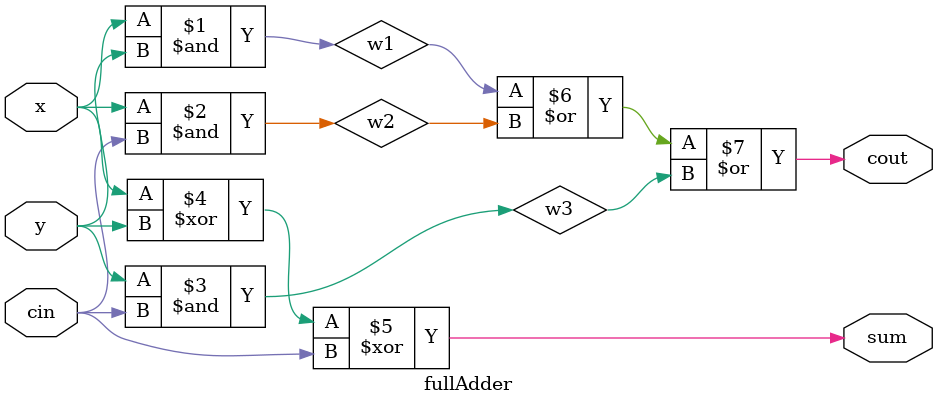
<source format=v>
module fullAdder(x, y, cin, cout, sum);
  input  x, y , cin;
  output cout, sum;
  wire w1, w2, w3;

  and(w1, x, y);
  and(w2, x, cin);
  and(w3, y, cin);
  xor(sum, x, y, cin);
  or(cout, w1, w2, w3);
endmodule

</source>
